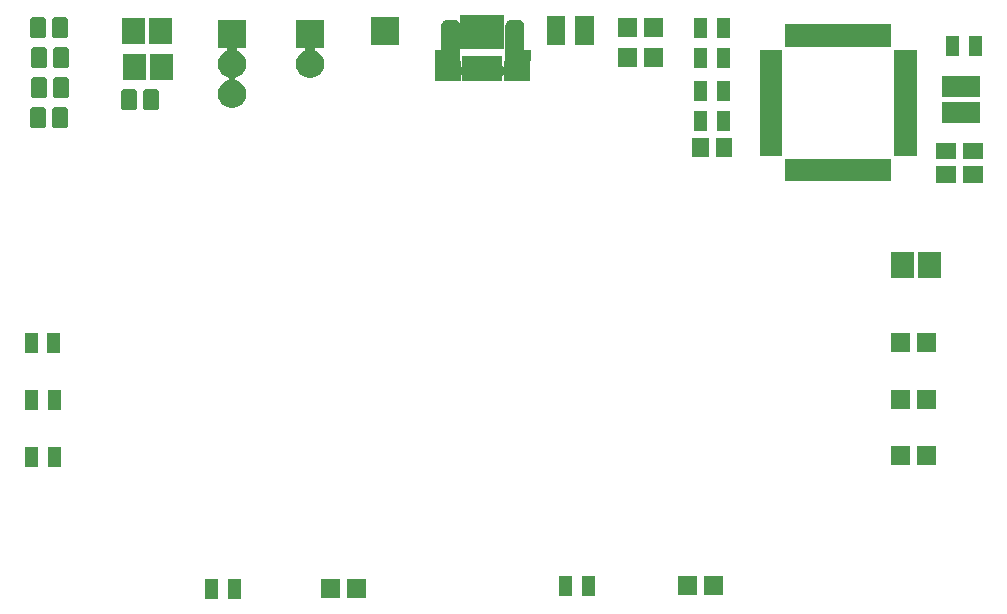
<source format=gbr>
G04 #@! TF.GenerationSoftware,KiCad,Pcbnew,(5.0.1-3-g963ef8bb5)*
G04 #@! TF.CreationDate,2019-06-28T12:59:27+01:00*
G04 #@! TF.ProjectId,invitation,696E7669746174696F6E2E6B69636164,rev?*
G04 #@! TF.SameCoordinates,Original*
G04 #@! TF.FileFunction,Soldermask,Bot*
G04 #@! TF.FilePolarity,Negative*
%FSLAX46Y46*%
G04 Gerber Fmt 4.6, Leading zero omitted, Abs format (unit mm)*
G04 Created by KiCad (PCBNEW (5.0.1-3-g963ef8bb5)) date Friday, 28 June 2019 at 12:59:27*
%MOMM*%
%LPD*%
G01*
G04 APERTURE LIST*
%ADD10C,0.000100*%
%ADD11C,0.100000*%
G04 APERTURE END LIST*
D10*
G04 #@! TO.C,P1*
G36*
X166410000Y-76420000D02*
X164360000Y-76420000D01*
X164360000Y-73570000D01*
X164358570Y-73553730D01*
X164357560Y-73524824D01*
X164358070Y-73495905D01*
X164360090Y-73467053D01*
X164363610Y-73438345D01*
X164368630Y-73409861D01*
X164375140Y-73381679D01*
X164383110Y-73353876D01*
X164392530Y-73326528D01*
X164403360Y-73299711D01*
X164415590Y-73273498D01*
X164429160Y-73247960D01*
X164444060Y-73223170D01*
X164460230Y-73199190D01*
X164477640Y-73176090D01*
X164496230Y-73153930D01*
X164515960Y-73132780D01*
X164536760Y-73112690D01*
X164558590Y-73093710D01*
X164581380Y-73075910D01*
X164605080Y-73059320D01*
X164629600Y-73043990D01*
X164654900Y-73029970D01*
X164680900Y-73017290D01*
X164707520Y-73005990D01*
X164734700Y-72996090D01*
X164762360Y-72987640D01*
X164790420Y-72980640D01*
X164818810Y-72975120D01*
X164847460Y-72971090D01*
X164860000Y-72970000D01*
X165360000Y-72970000D01*
X165376550Y-72971150D01*
X165405850Y-72974750D01*
X165434930Y-72979880D01*
X165463700Y-72986520D01*
X165492080Y-72994660D01*
X165519990Y-73004270D01*
X165547370Y-73015330D01*
X165574130Y-73027810D01*
X165600200Y-73041670D01*
X165625500Y-73056870D01*
X165649980Y-73073380D01*
X165673560Y-73091150D01*
X165696180Y-73110130D01*
X165717770Y-73130270D01*
X165738280Y-73151500D01*
X165757650Y-73173790D01*
X165775830Y-73197050D01*
X165792760Y-73221240D01*
X165808410Y-73246280D01*
X165822720Y-73272098D01*
X165835660Y-73298634D01*
X165847200Y-73325812D01*
X165857300Y-73353555D01*
X165865930Y-73381790D01*
X165873070Y-73410437D01*
X165878710Y-73439419D01*
X165882820Y-73468657D01*
X165885390Y-73498069D01*
X165886420Y-73527575D01*
X165885910Y-73557095D01*
X165885000Y-73570000D01*
X165885000Y-75520000D01*
X166410000Y-75520000D01*
X166410000Y-76420000D01*
G37*
X166410000Y-76420000D02*
X164360000Y-76420000D01*
X164360000Y-73570000D01*
X164358570Y-73553730D01*
X164357560Y-73524824D01*
X164358070Y-73495905D01*
X164360090Y-73467053D01*
X164363610Y-73438345D01*
X164368630Y-73409861D01*
X164375140Y-73381679D01*
X164383110Y-73353876D01*
X164392530Y-73326528D01*
X164403360Y-73299711D01*
X164415590Y-73273498D01*
X164429160Y-73247960D01*
X164444060Y-73223170D01*
X164460230Y-73199190D01*
X164477640Y-73176090D01*
X164496230Y-73153930D01*
X164515960Y-73132780D01*
X164536760Y-73112690D01*
X164558590Y-73093710D01*
X164581380Y-73075910D01*
X164605080Y-73059320D01*
X164629600Y-73043990D01*
X164654900Y-73029970D01*
X164680900Y-73017290D01*
X164707520Y-73005990D01*
X164734700Y-72996090D01*
X164762360Y-72987640D01*
X164790420Y-72980640D01*
X164818810Y-72975120D01*
X164847460Y-72971090D01*
X164860000Y-72970000D01*
X165360000Y-72970000D01*
X165376550Y-72971150D01*
X165405850Y-72974750D01*
X165434930Y-72979880D01*
X165463700Y-72986520D01*
X165492080Y-72994660D01*
X165519990Y-73004270D01*
X165547370Y-73015330D01*
X165574130Y-73027810D01*
X165600200Y-73041670D01*
X165625500Y-73056870D01*
X165649980Y-73073380D01*
X165673560Y-73091150D01*
X165696180Y-73110130D01*
X165717770Y-73130270D01*
X165738280Y-73151500D01*
X165757650Y-73173790D01*
X165775830Y-73197050D01*
X165792760Y-73221240D01*
X165808410Y-73246280D01*
X165822720Y-73272098D01*
X165835660Y-73298634D01*
X165847200Y-73325812D01*
X165857300Y-73353555D01*
X165865930Y-73381790D01*
X165873070Y-73410437D01*
X165878710Y-73439419D01*
X165882820Y-73468657D01*
X165885390Y-73498069D01*
X165886420Y-73527575D01*
X165885910Y-73557095D01*
X165885000Y-73570000D01*
X165885000Y-75520000D01*
X166410000Y-75520000D01*
X166410000Y-76420000D01*
D11*
G36*
X164210000Y-78130000D02*
X166410000Y-78130000D01*
X166410000Y-76470000D01*
X164210000Y-76470000D01*
X164210000Y-78130000D01*
G37*
G36*
X158410000Y-78130000D02*
X160610000Y-78130000D01*
X160610000Y-76470000D01*
X158410000Y-76470000D01*
X158410000Y-78130000D01*
G37*
D10*
G36*
X158410000Y-76420000D02*
X160460000Y-76420000D01*
X160460000Y-73570000D01*
X160461430Y-73553730D01*
X160462440Y-73524824D01*
X160461930Y-73495905D01*
X160459910Y-73467053D01*
X160456390Y-73438345D01*
X160451370Y-73409861D01*
X160444860Y-73381679D01*
X160436890Y-73353876D01*
X160427470Y-73326528D01*
X160416640Y-73299711D01*
X160404410Y-73273498D01*
X160390840Y-73247960D01*
X160375940Y-73223170D01*
X160359770Y-73199190D01*
X160342360Y-73176090D01*
X160323770Y-73153930D01*
X160304040Y-73132780D01*
X160283240Y-73112690D01*
X160261410Y-73093710D01*
X160238620Y-73075910D01*
X160214920Y-73059320D01*
X160190400Y-73043990D01*
X160165100Y-73029970D01*
X160139100Y-73017290D01*
X160112480Y-73005990D01*
X160085300Y-72996090D01*
X160057640Y-72987640D01*
X160029580Y-72980640D01*
X160001190Y-72975120D01*
X159972540Y-72971090D01*
X159960000Y-72970000D01*
X159460000Y-72970000D01*
X159443450Y-72971150D01*
X159414150Y-72974750D01*
X159385070Y-72979880D01*
X159356300Y-72986520D01*
X159327920Y-72994660D01*
X159300010Y-73004270D01*
X159272630Y-73015330D01*
X159245870Y-73027810D01*
X159219800Y-73041670D01*
X159194500Y-73056870D01*
X159170020Y-73073380D01*
X159146440Y-73091150D01*
X159123820Y-73110130D01*
X159102230Y-73130270D01*
X159081720Y-73151500D01*
X159062350Y-73173790D01*
X159044170Y-73197050D01*
X159027240Y-73221240D01*
X159011590Y-73246280D01*
X158997280Y-73272098D01*
X158984340Y-73298634D01*
X158972800Y-73325812D01*
X158962700Y-73353555D01*
X158954070Y-73381790D01*
X158946930Y-73410437D01*
X158941290Y-73439419D01*
X158937180Y-73468657D01*
X158934610Y-73498069D01*
X158933580Y-73527575D01*
X158934090Y-73557095D01*
X158935000Y-73570000D01*
X158935000Y-75520000D01*
X158410000Y-75520000D01*
X158410000Y-76420000D01*
G37*
X158410000Y-76420000D02*
X160460000Y-76420000D01*
X160460000Y-73570000D01*
X160461430Y-73553730D01*
X160462440Y-73524824D01*
X160461930Y-73495905D01*
X160459910Y-73467053D01*
X160456390Y-73438345D01*
X160451370Y-73409861D01*
X160444860Y-73381679D01*
X160436890Y-73353876D01*
X160427470Y-73326528D01*
X160416640Y-73299711D01*
X160404410Y-73273498D01*
X160390840Y-73247960D01*
X160375940Y-73223170D01*
X160359770Y-73199190D01*
X160342360Y-73176090D01*
X160323770Y-73153930D01*
X160304040Y-73132780D01*
X160283240Y-73112690D01*
X160261410Y-73093710D01*
X160238620Y-73075910D01*
X160214920Y-73059320D01*
X160190400Y-73043990D01*
X160165100Y-73029970D01*
X160139100Y-73017290D01*
X160112480Y-73005990D01*
X160085300Y-72996090D01*
X160057640Y-72987640D01*
X160029580Y-72980640D01*
X160001190Y-72975120D01*
X159972540Y-72971090D01*
X159960000Y-72970000D01*
X159460000Y-72970000D01*
X159443450Y-72971150D01*
X159414150Y-72974750D01*
X159385070Y-72979880D01*
X159356300Y-72986520D01*
X159327920Y-72994660D01*
X159300010Y-73004270D01*
X159272630Y-73015330D01*
X159245870Y-73027810D01*
X159219800Y-73041670D01*
X159194500Y-73056870D01*
X159170020Y-73073380D01*
X159146440Y-73091150D01*
X159123820Y-73110130D01*
X159102230Y-73130270D01*
X159081720Y-73151500D01*
X159062350Y-73173790D01*
X159044170Y-73197050D01*
X159027240Y-73221240D01*
X159011590Y-73246280D01*
X158997280Y-73272098D01*
X158984340Y-73298634D01*
X158972800Y-73325812D01*
X158962700Y-73353555D01*
X158954070Y-73381790D01*
X158946930Y-73410437D01*
X158941290Y-73439419D01*
X158937180Y-73468657D01*
X158934610Y-73498069D01*
X158933580Y-73527575D01*
X158934090Y-73557095D01*
X158935000Y-73570000D01*
X158935000Y-75520000D01*
X158410000Y-75520000D01*
X158410000Y-76420000D01*
D11*
G36*
X141962000Y-122008000D02*
X140862000Y-122008000D01*
X140862000Y-120308000D01*
X141962000Y-120308000D01*
X141962000Y-122008000D01*
X141962000Y-122008000D01*
G37*
G36*
X140062000Y-122008000D02*
X138962000Y-122008000D01*
X138962000Y-120308000D01*
X140062000Y-120308000D01*
X140062000Y-122008000D01*
X140062000Y-122008000D01*
G37*
G36*
X152522000Y-121958000D02*
X150922000Y-121958000D01*
X150922000Y-120358000D01*
X152522000Y-120358000D01*
X152522000Y-121958000D01*
X152522000Y-121958000D01*
G37*
G36*
X150322000Y-121958000D02*
X148722000Y-121958000D01*
X148722000Y-120358000D01*
X150322000Y-120358000D01*
X150322000Y-121958000D01*
X150322000Y-121958000D01*
G37*
G36*
X171934000Y-121754000D02*
X170834000Y-121754000D01*
X170834000Y-120054000D01*
X171934000Y-120054000D01*
X171934000Y-121754000D01*
X171934000Y-121754000D01*
G37*
G36*
X170034000Y-121754000D02*
X168934000Y-121754000D01*
X168934000Y-120054000D01*
X170034000Y-120054000D01*
X170034000Y-121754000D01*
X170034000Y-121754000D01*
G37*
G36*
X182748000Y-121704000D02*
X181148000Y-121704000D01*
X181148000Y-120104000D01*
X182748000Y-120104000D01*
X182748000Y-121704000D01*
X182748000Y-121704000D01*
G37*
G36*
X180548000Y-121704000D02*
X178948000Y-121704000D01*
X178948000Y-120104000D01*
X180548000Y-120104000D01*
X180548000Y-121704000D01*
X180548000Y-121704000D01*
G37*
G36*
X126722000Y-110832000D02*
X125622000Y-110832000D01*
X125622000Y-109132000D01*
X126722000Y-109132000D01*
X126722000Y-110832000D01*
X126722000Y-110832000D01*
G37*
G36*
X124822000Y-110832000D02*
X123722000Y-110832000D01*
X123722000Y-109132000D01*
X124822000Y-109132000D01*
X124822000Y-110832000D01*
X124822000Y-110832000D01*
G37*
G36*
X200820000Y-110670000D02*
X199220000Y-110670000D01*
X199220000Y-109070000D01*
X200820000Y-109070000D01*
X200820000Y-110670000D01*
X200820000Y-110670000D01*
G37*
G36*
X198620000Y-110670000D02*
X197020000Y-110670000D01*
X197020000Y-109070000D01*
X198620000Y-109070000D01*
X198620000Y-110670000D01*
X198620000Y-110670000D01*
G37*
G36*
X126722000Y-106006000D02*
X125622000Y-106006000D01*
X125622000Y-104306000D01*
X126722000Y-104306000D01*
X126722000Y-106006000D01*
X126722000Y-106006000D01*
G37*
G36*
X124822000Y-106006000D02*
X123722000Y-106006000D01*
X123722000Y-104306000D01*
X124822000Y-104306000D01*
X124822000Y-106006000D01*
X124822000Y-106006000D01*
G37*
G36*
X198582000Y-105956000D02*
X196982000Y-105956000D01*
X196982000Y-104356000D01*
X198582000Y-104356000D01*
X198582000Y-105956000D01*
X198582000Y-105956000D01*
G37*
G36*
X200782000Y-105956000D02*
X199182000Y-105956000D01*
X199182000Y-104356000D01*
X200782000Y-104356000D01*
X200782000Y-105956000D01*
X200782000Y-105956000D01*
G37*
G36*
X126656000Y-101180000D02*
X125556000Y-101180000D01*
X125556000Y-99480000D01*
X126656000Y-99480000D01*
X126656000Y-101180000D01*
X126656000Y-101180000D01*
G37*
G36*
X124756000Y-101180000D02*
X123656000Y-101180000D01*
X123656000Y-99480000D01*
X124756000Y-99480000D01*
X124756000Y-101180000D01*
X124756000Y-101180000D01*
G37*
G36*
X200810000Y-101120000D02*
X199210000Y-101120000D01*
X199210000Y-99520000D01*
X200810000Y-99520000D01*
X200810000Y-101120000D01*
X200810000Y-101120000D01*
G37*
G36*
X198610000Y-101120000D02*
X197010000Y-101120000D01*
X197010000Y-99520000D01*
X198610000Y-99520000D01*
X198610000Y-101120000D01*
X198610000Y-101120000D01*
G37*
G36*
X201286000Y-94826000D02*
X199336000Y-94826000D01*
X199336000Y-92626000D01*
X201286000Y-92626000D01*
X201286000Y-94826000D01*
X201286000Y-94826000D01*
G37*
G36*
X198936000Y-94826000D02*
X196986000Y-94826000D01*
X196986000Y-92626000D01*
X198936000Y-92626000D01*
X198936000Y-94826000D01*
X198936000Y-94826000D01*
G37*
G36*
X202501000Y-86790000D02*
X200851000Y-86790000D01*
X200851000Y-85390000D01*
X202501000Y-85390000D01*
X202501000Y-86790000D01*
X202501000Y-86790000D01*
G37*
G36*
X204787000Y-86790000D02*
X203137000Y-86790000D01*
X203137000Y-85390000D01*
X204787000Y-85390000D01*
X204787000Y-86790000D01*
X204787000Y-86790000D01*
G37*
G36*
X197007000Y-86660000D02*
X188057000Y-86660000D01*
X188057000Y-84760000D01*
X197007000Y-84760000D01*
X197007000Y-86660000D01*
X197007000Y-86660000D01*
G37*
G36*
X204787000Y-84790000D02*
X203137000Y-84790000D01*
X203137000Y-83390000D01*
X204787000Y-83390000D01*
X204787000Y-84790000D01*
X204787000Y-84790000D01*
G37*
G36*
X202501000Y-84790000D02*
X200851000Y-84790000D01*
X200851000Y-83390000D01*
X202501000Y-83390000D01*
X202501000Y-84790000D01*
X202501000Y-84790000D01*
G37*
G36*
X183564000Y-84645000D02*
X182164000Y-84645000D01*
X182164000Y-82995000D01*
X183564000Y-82995000D01*
X183564000Y-84645000D01*
X183564000Y-84645000D01*
G37*
G36*
X181564000Y-84645000D02*
X180164000Y-84645000D01*
X180164000Y-82995000D01*
X181564000Y-82995000D01*
X181564000Y-84645000D01*
X181564000Y-84645000D01*
G37*
G36*
X187782000Y-84485000D02*
X185882000Y-84485000D01*
X185882000Y-75535000D01*
X187782000Y-75535000D01*
X187782000Y-84485000D01*
X187782000Y-84485000D01*
G37*
G36*
X199182000Y-84485000D02*
X197282000Y-84485000D01*
X197282000Y-75535000D01*
X199182000Y-75535000D01*
X199182000Y-84485000D01*
X199182000Y-84485000D01*
G37*
G36*
X181464000Y-82384000D02*
X180364000Y-82384000D01*
X180364000Y-80684000D01*
X181464000Y-80684000D01*
X181464000Y-82384000D01*
X181464000Y-82384000D01*
G37*
G36*
X183364000Y-82384000D02*
X182264000Y-82384000D01*
X182264000Y-80684000D01*
X183364000Y-80684000D01*
X183364000Y-82384000D01*
X183364000Y-82384000D01*
G37*
G36*
X125253497Y-80385997D02*
X125306153Y-80401970D01*
X125354665Y-80427900D01*
X125397196Y-80462804D01*
X125432100Y-80505335D01*
X125458030Y-80553847D01*
X125474003Y-80606503D01*
X125480000Y-80667390D01*
X125480000Y-81892610D01*
X125474003Y-81953497D01*
X125458030Y-82006153D01*
X125432100Y-82054665D01*
X125397196Y-82097196D01*
X125354665Y-82132100D01*
X125306153Y-82158030D01*
X125253497Y-82174003D01*
X125192610Y-82180000D01*
X124392390Y-82180000D01*
X124331503Y-82174003D01*
X124278847Y-82158030D01*
X124230335Y-82132100D01*
X124187804Y-82097196D01*
X124152900Y-82054665D01*
X124126970Y-82006153D01*
X124110997Y-81953497D01*
X124105000Y-81892610D01*
X124105000Y-80667390D01*
X124110997Y-80606503D01*
X124126970Y-80553847D01*
X124152900Y-80505335D01*
X124187804Y-80462804D01*
X124230335Y-80427900D01*
X124278847Y-80401970D01*
X124331503Y-80385997D01*
X124392390Y-80380000D01*
X125192610Y-80380000D01*
X125253497Y-80385997D01*
X125253497Y-80385997D01*
G37*
G36*
X127128497Y-80385997D02*
X127181153Y-80401970D01*
X127229665Y-80427900D01*
X127272196Y-80462804D01*
X127307100Y-80505335D01*
X127333030Y-80553847D01*
X127349003Y-80606503D01*
X127355000Y-80667390D01*
X127355000Y-81892610D01*
X127349003Y-81953497D01*
X127333030Y-82006153D01*
X127307100Y-82054665D01*
X127272196Y-82097196D01*
X127229665Y-82132100D01*
X127181153Y-82158030D01*
X127128497Y-82174003D01*
X127067610Y-82180000D01*
X126267390Y-82180000D01*
X126206503Y-82174003D01*
X126153847Y-82158030D01*
X126105335Y-82132100D01*
X126062804Y-82097196D01*
X126027900Y-82054665D01*
X126001970Y-82006153D01*
X125985997Y-81953497D01*
X125980000Y-81892610D01*
X125980000Y-80667390D01*
X125985997Y-80606503D01*
X126001970Y-80553847D01*
X126027900Y-80505335D01*
X126062804Y-80462804D01*
X126105335Y-80427900D01*
X126153847Y-80401970D01*
X126206503Y-80385997D01*
X126267390Y-80380000D01*
X127067610Y-80380000D01*
X127128497Y-80385997D01*
X127128497Y-80385997D01*
G37*
G36*
X204546000Y-81756000D02*
X201346000Y-81756000D01*
X201346000Y-79956000D01*
X204546000Y-79956000D01*
X204546000Y-81756000D01*
X204546000Y-81756000D01*
G37*
G36*
X134826997Y-78861997D02*
X134879653Y-78877970D01*
X134928165Y-78903900D01*
X134970696Y-78938804D01*
X135005600Y-78981335D01*
X135031530Y-79029847D01*
X135047503Y-79082503D01*
X135053500Y-79143390D01*
X135053500Y-80368610D01*
X135047503Y-80429497D01*
X135031530Y-80482153D01*
X135005600Y-80530665D01*
X134970696Y-80573196D01*
X134928165Y-80608100D01*
X134879653Y-80634030D01*
X134826997Y-80650003D01*
X134766110Y-80656000D01*
X133965890Y-80656000D01*
X133905003Y-80650003D01*
X133852347Y-80634030D01*
X133803835Y-80608100D01*
X133761304Y-80573196D01*
X133726400Y-80530665D01*
X133700470Y-80482153D01*
X133684497Y-80429497D01*
X133678500Y-80368610D01*
X133678500Y-79143390D01*
X133684497Y-79082503D01*
X133700470Y-79029847D01*
X133726400Y-78981335D01*
X133761304Y-78938804D01*
X133803835Y-78903900D01*
X133852347Y-78877970D01*
X133905003Y-78861997D01*
X133965890Y-78856000D01*
X134766110Y-78856000D01*
X134826997Y-78861997D01*
X134826997Y-78861997D01*
G37*
G36*
X132951997Y-78861997D02*
X133004653Y-78877970D01*
X133053165Y-78903900D01*
X133095696Y-78938804D01*
X133130600Y-78981335D01*
X133156530Y-79029847D01*
X133172503Y-79082503D01*
X133178500Y-79143390D01*
X133178500Y-80368610D01*
X133172503Y-80429497D01*
X133156530Y-80482153D01*
X133130600Y-80530665D01*
X133095696Y-80573196D01*
X133053165Y-80608100D01*
X133004653Y-80634030D01*
X132951997Y-80650003D01*
X132891110Y-80656000D01*
X132090890Y-80656000D01*
X132030003Y-80650003D01*
X131977347Y-80634030D01*
X131928835Y-80608100D01*
X131886304Y-80573196D01*
X131851400Y-80530665D01*
X131825470Y-80482153D01*
X131809497Y-80429497D01*
X131803500Y-80368610D01*
X131803500Y-79143390D01*
X131809497Y-79082503D01*
X131825470Y-79029847D01*
X131851400Y-78981335D01*
X131886304Y-78938804D01*
X131928835Y-78903900D01*
X131977347Y-78877970D01*
X132030003Y-78861997D01*
X132090890Y-78856000D01*
X132891110Y-78856000D01*
X132951997Y-78861997D01*
X132951997Y-78861997D01*
G37*
G36*
X142424000Y-75368000D02*
X141753123Y-75368000D01*
X141728737Y-75370402D01*
X141705288Y-75377515D01*
X141683677Y-75389066D01*
X141664735Y-75404612D01*
X141649189Y-75423554D01*
X141637638Y-75445165D01*
X141630525Y-75468614D01*
X141628123Y-75493000D01*
X141630525Y-75517386D01*
X141637638Y-75540835D01*
X141649189Y-75562446D01*
X141664735Y-75581388D01*
X141683677Y-75596934D01*
X141705288Y-75608485D01*
X141792412Y-75644573D01*
X141988958Y-75775901D01*
X142156099Y-75943042D01*
X142287427Y-76139588D01*
X142377885Y-76357974D01*
X142424000Y-76589809D01*
X142424000Y-76826191D01*
X142377885Y-77058026D01*
X142287427Y-77276412D01*
X142156099Y-77472958D01*
X141988958Y-77640099D01*
X141792412Y-77771427D01*
X141572505Y-77862515D01*
X141550894Y-77874066D01*
X141531952Y-77889611D01*
X141516406Y-77908554D01*
X141504855Y-77930164D01*
X141497742Y-77953613D01*
X141495340Y-77978000D01*
X141497742Y-78002386D01*
X141504855Y-78025835D01*
X141516406Y-78047446D01*
X141531951Y-78066388D01*
X141550894Y-78081934D01*
X141572505Y-78093485D01*
X141792412Y-78184573D01*
X141988958Y-78315901D01*
X142156099Y-78483042D01*
X142287427Y-78679588D01*
X142377885Y-78897974D01*
X142424000Y-79129809D01*
X142424000Y-79366191D01*
X142377885Y-79598026D01*
X142287427Y-79816412D01*
X142156099Y-80012958D01*
X141988958Y-80180099D01*
X141792412Y-80311427D01*
X141574026Y-80401885D01*
X141342191Y-80448000D01*
X141105809Y-80448000D01*
X140873974Y-80401885D01*
X140655588Y-80311427D01*
X140459042Y-80180099D01*
X140291901Y-80012958D01*
X140160573Y-79816412D01*
X140070115Y-79598026D01*
X140024000Y-79366191D01*
X140024000Y-79129809D01*
X140070115Y-78897974D01*
X140160573Y-78679588D01*
X140291901Y-78483042D01*
X140459042Y-78315901D01*
X140655588Y-78184573D01*
X140875495Y-78093485D01*
X140897106Y-78081934D01*
X140916048Y-78066389D01*
X140931594Y-78047446D01*
X140943145Y-78025836D01*
X140950258Y-78002387D01*
X140952660Y-77978000D01*
X140950258Y-77953614D01*
X140943145Y-77930165D01*
X140931594Y-77908554D01*
X140916049Y-77889612D01*
X140897106Y-77874066D01*
X140875495Y-77862515D01*
X140655588Y-77771427D01*
X140459042Y-77640099D01*
X140291901Y-77472958D01*
X140160573Y-77276412D01*
X140070115Y-77058026D01*
X140024000Y-76826191D01*
X140024000Y-76589809D01*
X140070115Y-76357974D01*
X140160573Y-76139588D01*
X140291901Y-75943042D01*
X140459042Y-75775901D01*
X140655588Y-75644573D01*
X140742712Y-75608485D01*
X140764323Y-75596934D01*
X140783265Y-75581388D01*
X140798811Y-75562446D01*
X140810362Y-75540835D01*
X140817475Y-75517386D01*
X140819877Y-75493000D01*
X140817475Y-75468614D01*
X140810362Y-75445165D01*
X140798811Y-75423554D01*
X140783265Y-75404612D01*
X140764323Y-75389066D01*
X140742712Y-75377515D01*
X140719263Y-75370402D01*
X140694877Y-75368000D01*
X140024000Y-75368000D01*
X140024000Y-72968000D01*
X142424000Y-72968000D01*
X142424000Y-75368000D01*
X142424000Y-75368000D01*
G37*
G36*
X181464000Y-79844000D02*
X180364000Y-79844000D01*
X180364000Y-78144000D01*
X181464000Y-78144000D01*
X181464000Y-79844000D01*
X181464000Y-79844000D01*
G37*
G36*
X183364000Y-79844000D02*
X182264000Y-79844000D01*
X182264000Y-78144000D01*
X183364000Y-78144000D01*
X183364000Y-79844000D01*
X183364000Y-79844000D01*
G37*
G36*
X125331997Y-77845997D02*
X125384653Y-77861970D01*
X125433165Y-77887900D01*
X125475696Y-77922804D01*
X125510600Y-77965335D01*
X125536530Y-78013847D01*
X125552503Y-78066503D01*
X125558500Y-78127390D01*
X125558500Y-79352610D01*
X125552503Y-79413497D01*
X125536530Y-79466153D01*
X125510600Y-79514665D01*
X125475696Y-79557196D01*
X125433165Y-79592100D01*
X125384653Y-79618030D01*
X125331997Y-79634003D01*
X125271110Y-79640000D01*
X124470890Y-79640000D01*
X124410003Y-79634003D01*
X124357347Y-79618030D01*
X124308835Y-79592100D01*
X124266304Y-79557196D01*
X124231400Y-79514665D01*
X124205470Y-79466153D01*
X124189497Y-79413497D01*
X124183500Y-79352610D01*
X124183500Y-78127390D01*
X124189497Y-78066503D01*
X124205470Y-78013847D01*
X124231400Y-77965335D01*
X124266304Y-77922804D01*
X124308835Y-77887900D01*
X124357347Y-77861970D01*
X124410003Y-77845997D01*
X124470890Y-77840000D01*
X125271110Y-77840000D01*
X125331997Y-77845997D01*
X125331997Y-77845997D01*
G37*
G36*
X127206997Y-77845997D02*
X127259653Y-77861970D01*
X127308165Y-77887900D01*
X127350696Y-77922804D01*
X127385600Y-77965335D01*
X127411530Y-78013847D01*
X127427503Y-78066503D01*
X127433500Y-78127390D01*
X127433500Y-79352610D01*
X127427503Y-79413497D01*
X127411530Y-79466153D01*
X127385600Y-79514665D01*
X127350696Y-79557196D01*
X127308165Y-79592100D01*
X127259653Y-79618030D01*
X127206997Y-79634003D01*
X127146110Y-79640000D01*
X126345890Y-79640000D01*
X126285003Y-79634003D01*
X126232347Y-79618030D01*
X126183835Y-79592100D01*
X126141304Y-79557196D01*
X126106400Y-79514665D01*
X126080470Y-79466153D01*
X126064497Y-79413497D01*
X126058500Y-79352610D01*
X126058500Y-78127390D01*
X126064497Y-78066503D01*
X126080470Y-78013847D01*
X126106400Y-77965335D01*
X126141304Y-77922804D01*
X126183835Y-77887900D01*
X126232347Y-77861970D01*
X126285003Y-77845997D01*
X126345890Y-77840000D01*
X127146110Y-77840000D01*
X127206997Y-77845997D01*
X127206997Y-77845997D01*
G37*
G36*
X204546000Y-79556000D02*
X201346000Y-79556000D01*
X201346000Y-77756000D01*
X204546000Y-77756000D01*
X204546000Y-79556000D01*
X204546000Y-79556000D01*
G37*
G36*
X164110000Y-76843641D02*
X164112402Y-76868027D01*
X164119515Y-76891476D01*
X164131066Y-76913087D01*
X164146612Y-76932029D01*
X164165554Y-76947575D01*
X164187165Y-76959126D01*
X164210614Y-76966239D01*
X164235000Y-76968641D01*
X164259386Y-76966239D01*
X164282835Y-76959126D01*
X164304446Y-76947575D01*
X164323388Y-76932029D01*
X164338934Y-76913087D01*
X164345240Y-76902565D01*
X164396364Y-76806918D01*
X164461976Y-76726971D01*
X164541914Y-76661368D01*
X164541913Y-76661368D01*
X164541915Y-76661367D01*
X164633120Y-76612617D01*
X164732083Y-76582597D01*
X164732084Y-76582597D01*
X164732087Y-76582596D01*
X164835000Y-76572460D01*
X164937914Y-76582596D01*
X164937917Y-76582597D01*
X164937918Y-76582597D01*
X165036881Y-76612617D01*
X165128086Y-76661367D01*
X165208027Y-76726973D01*
X165273633Y-76806914D01*
X165322383Y-76898119D01*
X165337385Y-76947575D01*
X165352404Y-76997086D01*
X165360000Y-77074209D01*
X165360000Y-77525792D01*
X165352404Y-77602914D01*
X165352403Y-77602917D01*
X165352403Y-77602918D01*
X165322383Y-77701881D01*
X165273636Y-77793081D01*
X165273632Y-77793087D01*
X165208030Y-77873024D01*
X165208028Y-77873025D01*
X165208027Y-77873027D01*
X165128086Y-77938633D01*
X165036880Y-77987383D01*
X164937917Y-78017403D01*
X164937916Y-78017403D01*
X164937913Y-78017404D01*
X164835000Y-78027540D01*
X164732086Y-78017404D01*
X164732083Y-78017403D01*
X164732082Y-78017403D01*
X164633119Y-77987383D01*
X164541914Y-77938633D01*
X164505263Y-77908554D01*
X164461976Y-77873030D01*
X164461975Y-77873028D01*
X164461973Y-77873027D01*
X164396367Y-77793086D01*
X164384790Y-77771427D01*
X164345240Y-77697434D01*
X164331626Y-77677059D01*
X164314299Y-77659732D01*
X164293925Y-77646118D01*
X164271286Y-77636741D01*
X164247252Y-77631960D01*
X164222748Y-77631960D01*
X164198715Y-77636740D01*
X164176076Y-77646118D01*
X164155701Y-77659732D01*
X164138374Y-77677059D01*
X164124760Y-77697433D01*
X164115383Y-77720072D01*
X164110602Y-77744106D01*
X164110000Y-77756358D01*
X164110000Y-78170000D01*
X160710000Y-78170000D01*
X160710000Y-77756359D01*
X160707598Y-77731973D01*
X160700485Y-77708524D01*
X160688934Y-77686913D01*
X160673388Y-77667971D01*
X160654446Y-77652425D01*
X160632835Y-77640874D01*
X160609386Y-77633761D01*
X160585000Y-77631359D01*
X160560614Y-77633761D01*
X160537165Y-77640874D01*
X160515554Y-77652425D01*
X160496612Y-77667971D01*
X160481066Y-77686913D01*
X160474760Y-77697435D01*
X160423634Y-77793086D01*
X160385132Y-77840000D01*
X160358027Y-77873027D01*
X160278086Y-77938633D01*
X160186881Y-77987383D01*
X160087918Y-78017403D01*
X160087917Y-78017403D01*
X160087914Y-78017404D01*
X159985000Y-78027540D01*
X159882087Y-78017404D01*
X159882084Y-78017403D01*
X159882083Y-78017403D01*
X159783120Y-77987383D01*
X159691915Y-77938633D01*
X159632183Y-77889612D01*
X159611976Y-77873029D01*
X159606344Y-77866166D01*
X159579171Y-77833056D01*
X159546366Y-77793084D01*
X159497618Y-77701883D01*
X159467596Y-77602914D01*
X159460000Y-77525792D01*
X159460000Y-77074209D01*
X159467596Y-76997087D01*
X159467597Y-76997083D01*
X159497617Y-76898120D01*
X159546367Y-76806914D01*
X159611973Y-76726973D01*
X159611976Y-76726970D01*
X159691913Y-76661368D01*
X159691912Y-76661368D01*
X159691914Y-76661367D01*
X159783119Y-76612617D01*
X159882082Y-76582597D01*
X159882083Y-76582597D01*
X159882086Y-76582596D01*
X159985000Y-76572460D01*
X160087913Y-76582596D01*
X160087916Y-76582597D01*
X160087917Y-76582597D01*
X160186880Y-76612617D01*
X160278086Y-76661367D01*
X160358027Y-76726973D01*
X160358028Y-76726975D01*
X160358030Y-76726976D01*
X160423634Y-76806914D01*
X160474760Y-76902565D01*
X160488374Y-76922940D01*
X160505701Y-76940267D01*
X160526075Y-76953881D01*
X160548714Y-76963258D01*
X160572748Y-76968039D01*
X160597252Y-76968039D01*
X160621285Y-76963259D01*
X160643924Y-76953881D01*
X160664299Y-76940267D01*
X160681626Y-76922940D01*
X160695240Y-76902566D01*
X160704617Y-76879927D01*
X160709398Y-76855893D01*
X160710000Y-76843641D01*
X160710000Y-76020000D01*
X164110000Y-76020000D01*
X164110000Y-76843641D01*
X164110000Y-76843641D01*
G37*
G36*
X136262000Y-78062000D02*
X134312000Y-78062000D01*
X134312000Y-75862000D01*
X136262000Y-75862000D01*
X136262000Y-78062000D01*
X136262000Y-78062000D01*
G37*
G36*
X133912000Y-78062000D02*
X131962000Y-78062000D01*
X131962000Y-75862000D01*
X133912000Y-75862000D01*
X133912000Y-78062000D01*
X133912000Y-78062000D01*
G37*
G36*
X149028000Y-75368000D02*
X148357123Y-75368000D01*
X148332737Y-75370402D01*
X148309288Y-75377515D01*
X148287677Y-75389066D01*
X148268735Y-75404612D01*
X148253189Y-75423554D01*
X148241638Y-75445165D01*
X148234525Y-75468614D01*
X148232123Y-75493000D01*
X148234525Y-75517386D01*
X148241638Y-75540835D01*
X148253189Y-75562446D01*
X148268735Y-75581388D01*
X148287677Y-75596934D01*
X148309288Y-75608485D01*
X148396412Y-75644573D01*
X148592958Y-75775901D01*
X148760099Y-75943042D01*
X148891427Y-76139588D01*
X148981885Y-76357974D01*
X149028000Y-76589809D01*
X149028000Y-76826191D01*
X148981885Y-77058026D01*
X148891427Y-77276412D01*
X148760099Y-77472958D01*
X148592958Y-77640099D01*
X148396412Y-77771427D01*
X148178026Y-77861885D01*
X147946191Y-77908000D01*
X147709809Y-77908000D01*
X147477974Y-77861885D01*
X147259588Y-77771427D01*
X147063042Y-77640099D01*
X146895901Y-77472958D01*
X146764573Y-77276412D01*
X146674115Y-77058026D01*
X146628000Y-76826191D01*
X146628000Y-76589809D01*
X146674115Y-76357974D01*
X146764573Y-76139588D01*
X146895901Y-75943042D01*
X147063042Y-75775901D01*
X147259588Y-75644573D01*
X147346712Y-75608485D01*
X147368323Y-75596934D01*
X147387265Y-75581388D01*
X147402811Y-75562446D01*
X147414362Y-75540835D01*
X147421475Y-75517386D01*
X147423877Y-75493000D01*
X147421475Y-75468614D01*
X147414362Y-75445165D01*
X147402811Y-75423554D01*
X147387265Y-75404612D01*
X147368323Y-75389066D01*
X147346712Y-75377515D01*
X147323263Y-75370402D01*
X147298877Y-75368000D01*
X146628000Y-75368000D01*
X146628000Y-72968000D01*
X149028000Y-72968000D01*
X149028000Y-75368000D01*
X149028000Y-75368000D01*
G37*
G36*
X125331997Y-75305997D02*
X125384653Y-75321970D01*
X125433165Y-75347900D01*
X125475696Y-75382804D01*
X125510600Y-75425335D01*
X125536530Y-75473847D01*
X125552503Y-75526503D01*
X125558500Y-75587390D01*
X125558500Y-76812610D01*
X125552503Y-76873497D01*
X125536530Y-76926153D01*
X125510600Y-76974665D01*
X125475696Y-77017196D01*
X125433165Y-77052100D01*
X125384653Y-77078030D01*
X125331997Y-77094003D01*
X125271110Y-77100000D01*
X124470890Y-77100000D01*
X124410003Y-77094003D01*
X124357347Y-77078030D01*
X124308835Y-77052100D01*
X124266304Y-77017196D01*
X124231400Y-76974665D01*
X124205470Y-76926153D01*
X124189497Y-76873497D01*
X124183500Y-76812610D01*
X124183500Y-75587390D01*
X124189497Y-75526503D01*
X124205470Y-75473847D01*
X124231400Y-75425335D01*
X124266304Y-75382804D01*
X124308835Y-75347900D01*
X124357347Y-75321970D01*
X124410003Y-75305997D01*
X124470890Y-75300000D01*
X125271110Y-75300000D01*
X125331997Y-75305997D01*
X125331997Y-75305997D01*
G37*
G36*
X127206997Y-75305997D02*
X127259653Y-75321970D01*
X127308165Y-75347900D01*
X127350696Y-75382804D01*
X127385600Y-75425335D01*
X127411530Y-75473847D01*
X127427503Y-75526503D01*
X127433500Y-75587390D01*
X127433500Y-76812610D01*
X127427503Y-76873497D01*
X127411530Y-76926153D01*
X127385600Y-76974665D01*
X127350696Y-77017196D01*
X127308165Y-77052100D01*
X127259653Y-77078030D01*
X127206997Y-77094003D01*
X127146110Y-77100000D01*
X126345890Y-77100000D01*
X126285003Y-77094003D01*
X126232347Y-77078030D01*
X126183835Y-77052100D01*
X126141304Y-77017196D01*
X126106400Y-76974665D01*
X126080470Y-76926153D01*
X126064497Y-76873497D01*
X126058500Y-76812610D01*
X126058500Y-75587390D01*
X126064497Y-75526503D01*
X126080470Y-75473847D01*
X126106400Y-75425335D01*
X126141304Y-75382804D01*
X126183835Y-75347900D01*
X126232347Y-75321970D01*
X126285003Y-75305997D01*
X126345890Y-75300000D01*
X127146110Y-75300000D01*
X127206997Y-75305997D01*
X127206997Y-75305997D01*
G37*
G36*
X181464000Y-77050000D02*
X180364000Y-77050000D01*
X180364000Y-75350000D01*
X181464000Y-75350000D01*
X181464000Y-77050000D01*
X181464000Y-77050000D01*
G37*
G36*
X183364000Y-77050000D02*
X182264000Y-77050000D01*
X182264000Y-75350000D01*
X183364000Y-75350000D01*
X183364000Y-77050000D01*
X183364000Y-77050000D01*
G37*
G36*
X175468000Y-77000000D02*
X173868000Y-77000000D01*
X173868000Y-75400000D01*
X175468000Y-75400000D01*
X175468000Y-77000000D01*
X175468000Y-77000000D01*
G37*
G36*
X177668000Y-77000000D02*
X176068000Y-77000000D01*
X176068000Y-75400000D01*
X177668000Y-75400000D01*
X177668000Y-77000000D01*
X177668000Y-77000000D01*
G37*
G36*
X204700000Y-76034000D02*
X203600000Y-76034000D01*
X203600000Y-74334000D01*
X204700000Y-74334000D01*
X204700000Y-76034000D01*
X204700000Y-76034000D01*
G37*
G36*
X202800000Y-76034000D02*
X201700000Y-76034000D01*
X201700000Y-74334000D01*
X202800000Y-74334000D01*
X202800000Y-76034000D01*
X202800000Y-76034000D01*
G37*
G36*
X164285000Y-75470000D02*
X160535000Y-75470000D01*
X160535000Y-72570000D01*
X164285000Y-72570000D01*
X164285000Y-75470000D01*
X164285000Y-75470000D01*
G37*
G36*
X197007000Y-75260000D02*
X188057000Y-75260000D01*
X188057000Y-73360000D01*
X197007000Y-73360000D01*
X197007000Y-75260000D01*
X197007000Y-75260000D01*
G37*
G36*
X169426000Y-75129000D02*
X167886000Y-75129000D01*
X167886000Y-72699000D01*
X169426000Y-72699000D01*
X169426000Y-75129000D01*
X169426000Y-75129000D01*
G37*
G36*
X171826000Y-75129000D02*
X170286000Y-75129000D01*
X170286000Y-72699000D01*
X171826000Y-72699000D01*
X171826000Y-75129000D01*
X171826000Y-75129000D01*
G37*
G36*
X155378000Y-75114000D02*
X152978000Y-75114000D01*
X152978000Y-72714000D01*
X155378000Y-72714000D01*
X155378000Y-75114000D01*
X155378000Y-75114000D01*
G37*
G36*
X165170940Y-73470879D02*
X165242819Y-73477958D01*
X165319518Y-73501225D01*
X165346498Y-73509409D01*
X165442039Y-73560476D01*
X165525790Y-73629210D01*
X165594524Y-73712961D01*
X165645591Y-73808502D01*
X165645592Y-73808506D01*
X165677042Y-73912181D01*
X165685000Y-73992982D01*
X165685000Y-74547018D01*
X165677042Y-74627819D01*
X165653775Y-74704518D01*
X165645591Y-74731498D01*
X165594522Y-74827042D01*
X165547513Y-74884321D01*
X165525790Y-74910790D01*
X165442042Y-74979521D01*
X165442038Y-74979524D01*
X165346497Y-75030591D01*
X165319517Y-75038775D01*
X165242818Y-75062042D01*
X165135000Y-75072661D01*
X165134999Y-75072661D01*
X165099060Y-75069121D01*
X165027181Y-75062042D01*
X164950482Y-75038775D01*
X164923502Y-75030591D01*
X164827958Y-74979522D01*
X164770679Y-74932513D01*
X164744210Y-74910790D01*
X164675479Y-74827042D01*
X164675478Y-74827041D01*
X164675476Y-74827038D01*
X164624409Y-74731497D01*
X164616225Y-74704517D01*
X164592958Y-74627818D01*
X164585000Y-74547017D01*
X164585000Y-73992982D01*
X164592958Y-73912181D01*
X164603442Y-73877623D01*
X164624409Y-73808502D01*
X164675478Y-73712958D01*
X164744208Y-73629213D01*
X164744210Y-73629212D01*
X164744211Y-73629210D01*
X164786085Y-73594844D01*
X164827962Y-73560476D01*
X164923503Y-73509409D01*
X164950483Y-73501225D01*
X165027182Y-73477958D01*
X165135000Y-73467339D01*
X165135001Y-73467339D01*
X165170940Y-73470879D01*
X165170940Y-73470879D01*
G37*
G36*
X159720940Y-73470879D02*
X159792819Y-73477958D01*
X159869518Y-73501225D01*
X159896498Y-73509409D01*
X159992039Y-73560476D01*
X160075790Y-73629210D01*
X160144524Y-73712961D01*
X160195591Y-73808502D01*
X160195592Y-73808506D01*
X160227042Y-73912181D01*
X160235000Y-73992982D01*
X160235000Y-74547018D01*
X160227042Y-74627819D01*
X160203775Y-74704518D01*
X160195591Y-74731498D01*
X160144522Y-74827042D01*
X160097513Y-74884321D01*
X160075790Y-74910790D01*
X159992042Y-74979521D01*
X159992038Y-74979524D01*
X159896497Y-75030591D01*
X159869517Y-75038775D01*
X159792818Y-75062042D01*
X159685000Y-75072661D01*
X159684999Y-75072661D01*
X159649060Y-75069121D01*
X159577181Y-75062042D01*
X159500482Y-75038775D01*
X159473502Y-75030591D01*
X159377958Y-74979522D01*
X159320679Y-74932513D01*
X159294210Y-74910790D01*
X159225479Y-74827042D01*
X159225478Y-74827041D01*
X159225476Y-74827038D01*
X159174409Y-74731497D01*
X159166225Y-74704517D01*
X159142958Y-74627818D01*
X159135000Y-74547017D01*
X159135000Y-73992982D01*
X159142958Y-73912181D01*
X159153442Y-73877623D01*
X159174409Y-73808502D01*
X159225478Y-73712958D01*
X159294208Y-73629213D01*
X159294210Y-73629212D01*
X159294211Y-73629210D01*
X159336085Y-73594844D01*
X159377962Y-73560476D01*
X159473503Y-73509409D01*
X159500483Y-73501225D01*
X159577182Y-73477958D01*
X159685000Y-73467339D01*
X159685001Y-73467339D01*
X159720940Y-73470879D01*
X159720940Y-73470879D01*
G37*
G36*
X133817000Y-75014000D02*
X131867000Y-75014000D01*
X131867000Y-72814000D01*
X133817000Y-72814000D01*
X133817000Y-75014000D01*
X133817000Y-75014000D01*
G37*
G36*
X136167000Y-75014000D02*
X134217000Y-75014000D01*
X134217000Y-72814000D01*
X136167000Y-72814000D01*
X136167000Y-75014000D01*
X136167000Y-75014000D01*
G37*
G36*
X125253497Y-72765997D02*
X125306153Y-72781970D01*
X125354665Y-72807900D01*
X125397196Y-72842804D01*
X125432100Y-72885335D01*
X125458030Y-72933847D01*
X125474003Y-72986503D01*
X125480000Y-73047390D01*
X125480000Y-74272610D01*
X125474003Y-74333497D01*
X125458030Y-74386153D01*
X125432100Y-74434665D01*
X125397196Y-74477196D01*
X125354665Y-74512100D01*
X125306153Y-74538030D01*
X125253497Y-74554003D01*
X125192610Y-74560000D01*
X124392390Y-74560000D01*
X124331503Y-74554003D01*
X124278847Y-74538030D01*
X124230335Y-74512100D01*
X124187804Y-74477196D01*
X124152900Y-74434665D01*
X124126970Y-74386153D01*
X124110997Y-74333497D01*
X124105000Y-74272610D01*
X124105000Y-73047390D01*
X124110997Y-72986503D01*
X124126970Y-72933847D01*
X124152900Y-72885335D01*
X124187804Y-72842804D01*
X124230335Y-72807900D01*
X124278847Y-72781970D01*
X124331503Y-72765997D01*
X124392390Y-72760000D01*
X125192610Y-72760000D01*
X125253497Y-72765997D01*
X125253497Y-72765997D01*
G37*
G36*
X127128497Y-72765997D02*
X127181153Y-72781970D01*
X127229665Y-72807900D01*
X127272196Y-72842804D01*
X127307100Y-72885335D01*
X127333030Y-72933847D01*
X127349003Y-72986503D01*
X127355000Y-73047390D01*
X127355000Y-74272610D01*
X127349003Y-74333497D01*
X127333030Y-74386153D01*
X127307100Y-74434665D01*
X127272196Y-74477196D01*
X127229665Y-74512100D01*
X127181153Y-74538030D01*
X127128497Y-74554003D01*
X127067610Y-74560000D01*
X126267390Y-74560000D01*
X126206503Y-74554003D01*
X126153847Y-74538030D01*
X126105335Y-74512100D01*
X126062804Y-74477196D01*
X126027900Y-74434665D01*
X126001970Y-74386153D01*
X125985997Y-74333497D01*
X125980000Y-74272610D01*
X125980000Y-73047390D01*
X125985997Y-72986503D01*
X126001970Y-72933847D01*
X126027900Y-72885335D01*
X126062804Y-72842804D01*
X126105335Y-72807900D01*
X126153847Y-72781970D01*
X126206503Y-72765997D01*
X126267390Y-72760000D01*
X127067610Y-72760000D01*
X127128497Y-72765997D01*
X127128497Y-72765997D01*
G37*
G36*
X181464000Y-74510000D02*
X180364000Y-74510000D01*
X180364000Y-72810000D01*
X181464000Y-72810000D01*
X181464000Y-74510000D01*
X181464000Y-74510000D01*
G37*
G36*
X183364000Y-74510000D02*
X182264000Y-74510000D01*
X182264000Y-72810000D01*
X183364000Y-72810000D01*
X183364000Y-74510000D01*
X183364000Y-74510000D01*
G37*
G36*
X177668000Y-74460000D02*
X176068000Y-74460000D01*
X176068000Y-72860000D01*
X177668000Y-72860000D01*
X177668000Y-74460000D01*
X177668000Y-74460000D01*
G37*
G36*
X175468000Y-74460000D02*
X173868000Y-74460000D01*
X173868000Y-72860000D01*
X175468000Y-72860000D01*
X175468000Y-74460000D01*
X175468000Y-74460000D01*
G37*
M02*

</source>
